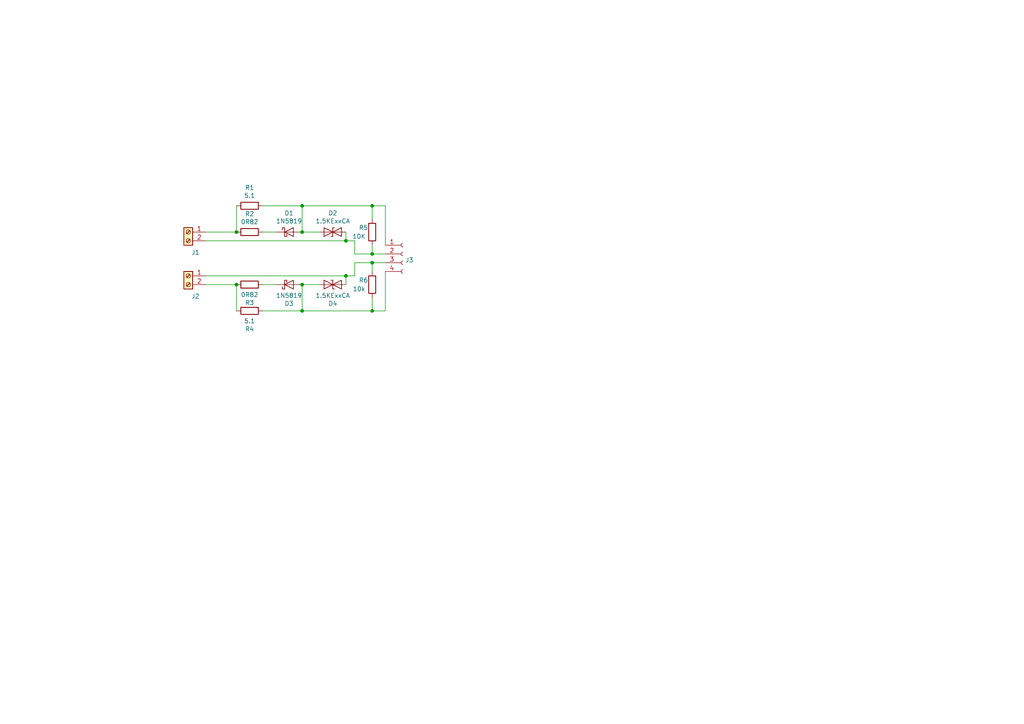
<source format=kicad_sch>
(kicad_sch (version 20230121) (generator eeschema)
  (paper "A4")
  (lib_symbols
    (symbol "cm300-board-rescue:1.5KExxCA-Diode" (pin_numbers hide) (pin_names (offset 1.016) hide)
      (property "Reference" "D" (at 0 2.54 0))
      (property "Value" "Diode_1.5KExxCA" (at 0 -2.54 0))
      (symbol "1.5KExxCA-Diode_0_1"
        (polyline (pts (xy 1.27 0) (xy -1.27 0)))
        (polyline (pts (xy -2.54 -1.27) (xy 0 0) (xy -2.54 1.27) (xy -2.54 -1.27)) (stroke (width 0.2032)))
        (polyline (pts (xy 0.508 1.27) (xy 0 1.27) (xy 0 -1.27) (xy -0.508 -1.27)) (stroke (width 0.2032)))
        (polyline (pts (xy 2.54 1.27) (xy 2.54 -1.27) (xy 0 0) (xy 2.54 1.27)) (stroke (width 0.2032)))
      )
      (symbol "1.5KExxCA-Diode_1_1"
        (pin passive line (at -3.81 0 0) (length 2.54) (name "A1") (number "1"))
        (pin passive line (at 3.81 0 180) (length 2.54) (name "A2") (number "2"))
      )
    )
    (symbol "cm300-board-rescue:1N5819-Diode" (pin_numbers hide) (pin_names (offset 1.016) hide)
      (property "Reference" "D" (at 0 2.54 0))
      (property "Value" "Diode_1N5819" (at 0 -2.54 0))
      (symbol "1N5819-Diode_0_1"
        (polyline (pts (xy 1.27 0) (xy -1.27 0)))
        (polyline (pts (xy 1.27 1.27) (xy 1.27 -1.27) (xy -1.27 0) (xy 1.27 1.27)) (stroke (width 0.2032)))
        (polyline (pts (xy -1.905 0.635) (xy -1.905 1.27) (xy -1.27 1.27) (xy -1.27 -1.27) (xy -0.635 -1.27) (xy -0.635 -0.635)) (stroke (width 0.2032)))
      )
      (symbol "1N5819-Diode_1_1"
        (pin passive line (at -3.81 0 0) (length 2.54) (name "K") (number "1"))
        (pin passive line (at 3.81 0 180) (length 2.54) (name "A") (number "2"))
      )
    )
    (symbol "cm300-board-rescue:Conn_01x04_Female-Connector" (pin_names (offset 1.016) hide)
      (property "Reference" "J" (at 0 5.08 0))
      (property "Value" "Connector_Conn_01x04_Female" (at 0 -7.62 0))
      (symbol "Conn_01x04_Female-Connector_1_1"
        (arc (start 0 -4.572) (mid -0.5058 -5.08) (end 0 -5.588) (stroke (width 0.1524)))
        (arc (start 0 -2.032) (mid -0.5058 -2.54) (end 0 -3.048) (stroke (width 0.1524)))
        (polyline (pts (xy -1.27 -5.08) (xy -0.508 -5.08)) (stroke (width 0.1524)))
        (polyline (pts (xy -1.27 -2.54) (xy -0.508 -2.54)) (stroke (width 0.1524)))
        (polyline (pts (xy -1.27 0) (xy -0.508 0)) (stroke (width 0.1524)))
        (polyline (pts (xy -1.27 2.54) (xy -0.508 2.54)) (stroke (width 0.1524)))
        (arc (start 0 0.508) (mid -0.5058 0) (end 0 -0.508) (stroke (width 0.1524)))
        (arc (start 0 3.048) (mid -0.5058 2.54) (end 0 2.032) (stroke (width 0.1524)))
        (pin passive line (at -5.08 2.54 0) (length 3.81) (name "Pin_1") (number "1"))
        (pin passive line (at -5.08 0 0) (length 3.81) (name "Pin_2") (number "2"))
        (pin passive line (at -5.08 -2.54 0) (length 3.81) (name "Pin_3") (number "3"))
        (pin passive line (at -5.08 -5.08 0) (length 3.81) (name "Pin_4") (number "4"))
      )
    )
    (symbol "cm300-board-rescue:R-Device" (pin_numbers hide) (pin_names (offset 0))
      (property "Reference" "R" (at 2.032 0 90))
      (property "Value" "Device_R" (at 0 0 90))
      (symbol "R-Device_0_1"
        (rectangle (start -1.016 -2.54) (end 1.016 2.54) (stroke (width 0.254)))
      )
      (symbol "R-Device_1_1"
        (pin passive line (at 0 3.81 270) (length 1.27) (name "~") (number "1"))
        (pin passive line (at 0 -3.81 90) (length 1.27) (name "~") (number "2"))
      )
    )
    (symbol "cm300-board-rescue:Screw_Terminal_01x02-Connector" (pin_names (offset 1.016) hide)
      (property "Reference" "J" (at 0 2.54 0))
      (property "Value" "Connector_Screw_Terminal_01x02" (at 0 -5.08 0))
      (symbol "Screw_Terminal_01x02-Connector_1_1"
        (rectangle (start -1.27 1.27) (end 1.27 -3.81) (stroke (width 0.254)) (fill (type background)))
        (circle (center 0 -2.54) (radius 0.635) (stroke (width 0.1524)))
        (polyline (pts (xy -0.5334 -2.2098) (xy 0.3302 -3.048)) (stroke (width 0.1524)))
        (polyline (pts (xy -0.5334 0.3302) (xy 0.3302 -0.508)) (stroke (width 0.1524)))
        (polyline (pts (xy -0.3556 -2.032) (xy 0.508 -2.8702)) (stroke (width 0.1524)))
        (polyline (pts (xy -0.3556 0.508) (xy 0.508 -0.3302)) (stroke (width 0.1524)))
        (circle (center 0 0) (radius 0.635) (stroke (width 0.1524)))
        (pin passive line (at -5.08 0 0) (length 3.81) (name "Pin_1") (number "1"))
        (pin passive line (at -5.08 -2.54 0) (length 3.81) (name "Pin_2") (number "2"))
      )
    )
  )
  (junction (at 100.33 69.85))
  (junction (at 100.33 80.01))
  (junction (at 68.58 82.55))
  (junction (at 87.63 67.31))
  (junction (at 87.63 82.55))
  (junction (at 87.63 90.17))
  (junction (at 107.95 73.66))
  (junction (at 68.58 67.31))
  (junction (at 107.95 76.2))
  (junction (at 107.95 59.69))
  (junction (at 87.63 59.69))
  (junction (at 107.95 90.17))
  (wire (pts (xy 87.63 90.17) (xy 87.63 82.55)))
  (wire (pts (xy 107.95 59.69) (xy 111.76 59.69)))
  (wire (pts (xy 100.33 80.01) (xy 102.87 80.01)))
  (wire (pts (xy 87.63 82.55) (xy 92.71 82.55)))
  (wire (pts (xy 107.95 90.17) (xy 111.76 90.17)))
  (wire (pts (xy 59.69 80.01) (xy 100.33 80.01)))
  (wire (pts (xy 87.63 59.69) (xy 87.63 67.31)))
  (wire (pts (xy 76.2 67.31) (xy 80.01 67.31)))
  (wire (pts (xy 59.69 67.31) (xy 68.58 67.31)))
  (wire (pts (xy 68.58 90.17) (xy 68.58 82.55)))
  (wire (pts (xy 100.33 69.85) (xy 100.33 67.31)))
  (wire (pts (xy 107.95 76.2) (xy 111.76 76.2)))
  (wire (pts (xy 107.95 59.69) (xy 107.95 63.5)))
  (wire (pts (xy 102.87 73.66) (xy 107.95 73.66)))
  (wire (pts (xy 100.33 80.01) (xy 100.33 82.55)))
  (wire (pts (xy 76.2 59.69) (xy 87.63 59.69)))
  (wire (pts (xy 76.2 90.17) (xy 87.63 90.17)))
  (wire (pts (xy 107.95 73.66) (xy 111.76 73.66)))
  (wire (pts (xy 87.63 67.31) (xy 92.71 67.31)))
  (wire (pts (xy 87.63 59.69) (xy 107.95 59.69)))
  (wire (pts (xy 87.63 90.17) (xy 107.95 90.17)))
  (wire (pts (xy 76.2 82.55) (xy 80.01 82.55)))
  (wire (pts (xy 59.69 69.85) (xy 100.33 69.85)))
  (wire (pts (xy 107.95 71.12) (xy 107.95 73.66)))
  (wire (pts (xy 68.58 59.69) (xy 68.58 67.31)))
  (wire (pts (xy 102.87 69.85) (xy 102.87 73.66)))
  (wire (pts (xy 111.76 90.17) (xy 111.76 78.74)))
  (wire (pts (xy 111.76 59.69) (xy 111.76 71.12)))
  (wire (pts (xy 107.95 86.36) (xy 107.95 90.17)))
  (wire (pts (xy 102.87 76.2) (xy 107.95 76.2)))
  (wire (pts (xy 100.33 69.85) (xy 102.87 69.85)))
  (wire (pts (xy 59.69 82.55) (xy 68.58 82.55)))
  (wire (pts (xy 102.87 80.01) (xy 102.87 76.2)))
  (wire (pts (xy 107.95 76.2) (xy 107.95 78.74)))
  (symbol (lib_id "cm300-board-rescue:R-Device") (at 72.39 59.69 270) (unit 1)
    (property "Reference" "R1" (at 72.39 54.4322 90))
    (property "Value" "5.1" (at 72.39 56.7436 90))
    (property "Footprint" "Resistor_SMD:R_2512_6332Metric_Pad1.40x3.35mm_HandSolder" (effects hide))
  )
  (symbol (lib_id "cm300-board-rescue:R-Device") (at 72.39 67.31 270) (unit 1)
    (property "Reference" "R2" (at 72.39 62.0522 90))
    (property "Value" "0R82" (at 72.39 64.3636 90))
    (property "Footprint" "Resistor_SMD:R_2512_6332Metric_Pad1.40x3.35mm_HandSolder" (effects hide))
  )
  (symbol (lib_id "cm300-board-rescue:1N5819-Diode") (at 83.82 67.31 0) (unit 1)
    (property "Reference" "D1" (at 83.82 61.8236 0))
    (property "Value" "1N5819" (at 83.82 64.135 0))
    (property "Footprint" "Diode_SMD:D_SOD-123F" (effects hide))
    (property "Datasheet" "http://www.vishay.com/docs/88525/1n5817.pdf" (effects hide))
  )
  (symbol (lib_id "cm300-board-rescue:1.5KExxCA-Diode") (at 96.52 67.31 0) (unit 1)
    (property "Reference" "D2" (at 96.52 61.8236 0))
    (property "Value" "1.5KExxCA" (at 96.52 64.135 0))
    (property "Footprint" "Diode_SMD:D_SMB" (effects hide))
    (property "Datasheet" "https://www.vishay.com/docs/88301/15ke.pdf" (effects hide))
  )
  (symbol (lib_id "cm300-board-rescue:Screw_Terminal_01x02-Connector") (at 54.61 67.31 0) (mirror y) (unit 1)
    (property "Reference" "J1" (at 56.6928 73.2282 0))
    (property "Value" "Screw_Terminal_01x02" (effects hide))
    (property "Footprint" "TerminalBlock_TE-Connectivity:TerminalBlock_TE_282834-2_1x02_P2.54mm_Horizontal" (effects hide))
  )
  (symbol (lib_id "cm300-board-rescue:R-Device") (at 72.39 90.17 270) (mirror x) (unit 1)
    (property "Reference" "R4" (at 72.39 95.4278 90))
    (property "Value" "5.1" (at 72.39 93.1164 90))
    (property "Footprint" "Resistor_SMD:R_2512_6332Metric_Pad1.40x3.35mm_HandSolder" (effects hide))
  )
  (symbol (lib_id "cm300-board-rescue:R-Device") (at 72.39 82.55 270) (mirror x) (unit 1)
    (property "Reference" "R3" (at 72.39 87.8078 90))
    (property "Value" "0R82" (at 72.39 85.4964 90))
    (property "Footprint" "Resistor_SMD:R_2512_6332Metric_Pad1.40x3.35mm_HandSolder" (effects hide))
  )
  (symbol (lib_id "cm300-board-rescue:1N5819-Diode") (at 83.82 82.55 0) (mirror x) (unit 1)
    (property "Reference" "D3" (at 83.82 88.0364 0))
    (property "Value" "1N5819" (at 83.82 85.725 0))
    (property "Footprint" "Diode_SMD:D_SOD-123F" (effects hide))
    (property "Datasheet" "http://www.vishay.com/docs/88525/1n5817.pdf" (effects hide))
  )
  (symbol (lib_id "cm300-board-rescue:1.5KExxCA-Diode") (at 96.52 82.55 0) (mirror x) (unit 1)
    (property "Reference" "D4" (at 96.52 88.0364 0))
    (property "Value" "1.5KExxCA" (at 96.52 85.725 0))
    (property "Footprint" "Diode_SMD:D_SMB" (effects hide))
    (property "Datasheet" "https://www.vishay.com/docs/88301/15ke.pdf" (effects hide))
  )
  (symbol (lib_id "cm300-board-rescue:Screw_Terminal_01x02-Connector") (at 54.61 80.01 0) (mirror y) (unit 1)
    (property "Reference" "J2" (at 56.6928 85.9282 0))
    (property "Value" "Screw_Terminal_01x02" (effects hide))
    (property "Footprint" "TerminalBlock_TE-Connectivity:TerminalBlock_TE_282834-2_1x02_P2.54mm_Horizontal" (effects hide))
  )
  (symbol (lib_id "cm300-board-rescue:Conn_01x04_Female-Connector") (at 116.84 73.66 0) (unit 1)
    (property "Reference" "J3" (at 117.5512 75.438 0) (effects (justify left)))
    (property "Value" "Conn_01x04_Female" (effects hide))
    (property "Footprint" "cm300-board:IGBT-CM300DY-GATE" (effects hide))
  )
  (symbol (lib_id "cm300-board-rescue:R-Device") (at 107.95 82.55 0) (unit 1)
    (property "Reference" "R6" (at 105.41 81.28 0))
    (property "Value" "10k" (at 104.14 83.82 0))
    (property "Footprint" "Resistor_SMD:R_1206_3216Metric_Pad1.30x1.75mm_HandSolder" (effects hide))
  )
  (symbol (lib_id "cm300-board-rescue:R-Device") (at 107.95 67.31 0) (unit 1)
    (property "Reference" "R5" (at 105.41 66.04 0))
    (property "Value" "10K" (at 104.14 68.58 0))
    (property "Footprint" "Resistor_SMD:R_1206_3216Metric_Pad1.30x1.75mm_HandSolder" (effects hide))
  )
)
</source>
